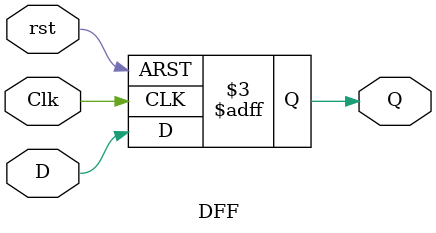
<source format=sv>
module DFF ( output reg Q, input D, Clk, rst);
	always @( posedge Clk, negedge rst)
	 if (!rst) Q <= 1'b0; // Same as: if (rst == 0)
	else Q <= D;
endmodule

</source>
